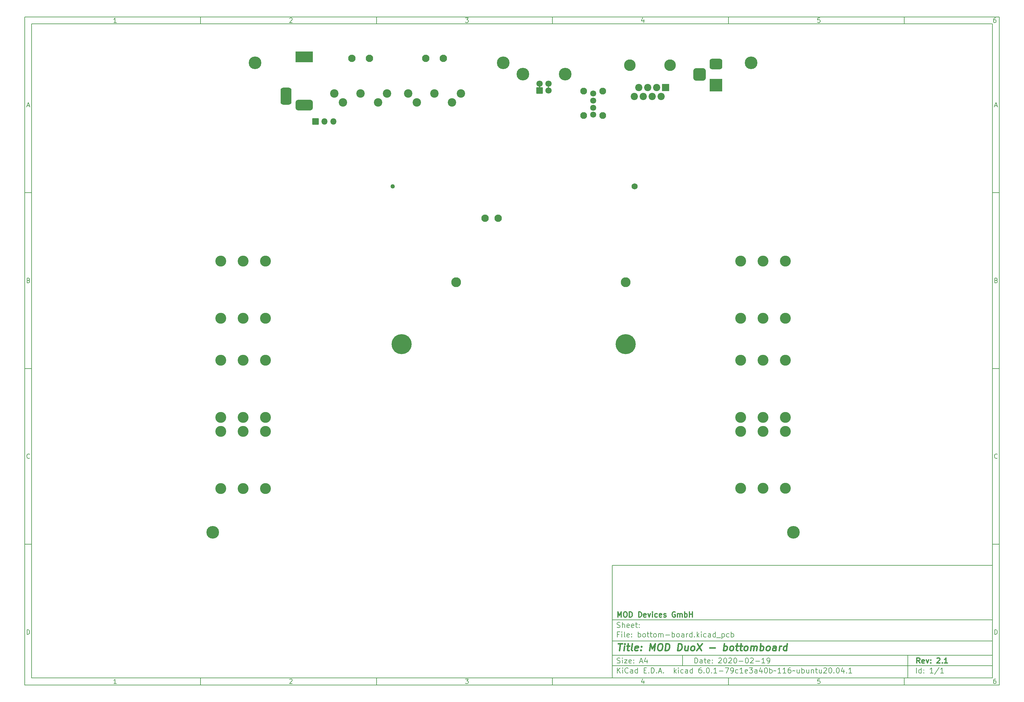
<source format=gbr>
G04 #@! TF.GenerationSoftware,KiCad,Pcbnew,6.0.1-79c1e3a40b~116~ubuntu20.04.1*
G04 #@! TF.CreationDate,2022-01-26T11:23:36+01:00*
G04 #@! TF.ProjectId,bottom-board,626f7474-6f6d-42d6-926f-6172642e6b69,2.1*
G04 #@! TF.SameCoordinates,PX48111b4PY15fd6c8*
G04 #@! TF.FileFunction,Soldermask,Bot*
G04 #@! TF.FilePolarity,Negative*
%FSLAX46Y46*%
G04 Gerber Fmt 4.6, Leading zero omitted, Abs format (unit mm)*
G04 Created by KiCad (PCBNEW 6.0.1-79c1e3a40b~116~ubuntu20.04.1) date 2022-01-26 11:23:36*
%MOMM*%
%LPD*%
G01*
G04 APERTURE LIST*
G04 Aperture macros list*
%AMRoundRect*
0 Rectangle with rounded corners*
0 $1 Rounding radius*
0 $2 $3 $4 $5 $6 $7 $8 $9 X,Y pos of 4 corners*
0 Add a 4 corners polygon primitive as box body*
4,1,4,$2,$3,$4,$5,$6,$7,$8,$9,$2,$3,0*
0 Add four circle primitives for the rounded corners*
1,1,$1+$1,$2,$3*
1,1,$1+$1,$4,$5*
1,1,$1+$1,$6,$7*
1,1,$1+$1,$8,$9*
0 Add four rect primitives between the rounded corners*
20,1,$1+$1,$2,$3,$4,$5,0*
20,1,$1+$1,$4,$5,$6,$7,0*
20,1,$1+$1,$6,$7,$8,$9,0*
20,1,$1+$1,$8,$9,$2,$3,0*%
G04 Aperture macros list end*
%ADD10C,0.100000*%
%ADD11C,0.150000*%
%ADD12C,0.300000*%
%ADD13C,0.400000*%
%ADD14C,3.600000*%
%ADD15C,3.100000*%
%ADD16C,2.400000*%
%ADD17C,2.100000*%
%ADD18RoundRect,0.050000X-2.400000X1.500000X-2.400000X-1.500000X2.400000X-1.500000X2.400000X1.500000X0*%
%ADD19RoundRect,0.800000X-1.650000X0.750000X-1.650000X-0.750000X1.650000X-0.750000X1.650000X0.750000X0*%
%ADD20RoundRect,0.800000X-0.750000X1.650000X-0.750000X-1.650000X0.750000X-1.650000X0.750000X1.650000X0*%
%ADD21RoundRect,0.050000X0.850000X-0.850000X0.850000X0.850000X-0.850000X0.850000X-0.850000X-0.850000X0*%
%ADD22C,1.800000*%
%ADD23C,1.720000*%
%ADD24C,1.950000*%
%ADD25O,1.800000X1.800000*%
%ADD26RoundRect,0.050000X-1.750000X1.750000X-1.750000X-1.750000X1.750000X-1.750000X1.750000X1.750000X0*%
%ADD27RoundRect,0.800000X-1.000000X0.750000X-1.000000X-0.750000X1.000000X-0.750000X1.000000X0.750000X0*%
%ADD28RoundRect,0.925000X-0.875000X0.875000X-0.875000X-0.875000X0.875000X-0.875000X0.875000X0.875000X0*%
%ADD29C,1.250000*%
%ADD30C,1.750000*%
%ADD31C,2.060000*%
%ADD32RoundRect,0.050000X0.980000X0.980000X-0.980000X0.980000X-0.980000X-0.980000X0.980000X-0.980000X0*%
%ADD33C,3.300000*%
%ADD34C,5.700000*%
%ADD35C,2.800000*%
G04 APERTURE END LIST*
D10*
D11*
X101434660Y-142949080D02*
X101434660Y-174949080D01*
X209434660Y-174949080D01*
X209434660Y-142949080D01*
X101434660Y-142949080D01*
D10*
D11*
X-65567540Y13058120D02*
X-65567540Y-176949080D01*
X211434660Y-176949080D01*
X211434660Y13058120D01*
X-65567540Y13058120D01*
D10*
D11*
X-63567540Y11058120D02*
X-63567540Y-174949080D01*
X209434660Y-174949080D01*
X209434660Y11058120D01*
X-63567540Y11058120D01*
D10*
D11*
X-15567540Y11058120D02*
X-15567540Y13058120D01*
D10*
D11*
X34432460Y11058120D02*
X34432460Y13058120D01*
D10*
D11*
X84432460Y11058120D02*
X84432460Y13058120D01*
D10*
D11*
X134432460Y11058120D02*
X134432460Y13058120D01*
D10*
D11*
X184432460Y11058120D02*
X184432460Y13058120D01*
D10*
D11*
X-39502064Y11470025D02*
X-40244921Y11470025D01*
X-39873493Y11470025D02*
X-39873493Y12770025D01*
X-39997302Y12584311D01*
X-40121112Y12460501D01*
X-40244921Y12398597D01*
D10*
D11*
X9755079Y12646216D02*
X9816983Y12708120D01*
X9940793Y12770025D01*
X10250317Y12770025D01*
X10374126Y12708120D01*
X10436031Y12646216D01*
X10497936Y12522406D01*
X10497936Y12398597D01*
X10436031Y12212882D01*
X9693174Y11470025D01*
X10497936Y11470025D01*
D10*
D11*
X59693174Y12770025D02*
X60497936Y12770025D01*
X60064602Y12274787D01*
X60250317Y12274787D01*
X60374126Y12212882D01*
X60436031Y12150978D01*
X60497936Y12027168D01*
X60497936Y11717644D01*
X60436031Y11593835D01*
X60374126Y11531930D01*
X60250317Y11470025D01*
X59878888Y11470025D01*
X59755079Y11531930D01*
X59693174Y11593835D01*
D10*
D11*
X110374126Y12336692D02*
X110374126Y11470025D01*
X110064602Y12831930D02*
X109755079Y11903359D01*
X110559840Y11903359D01*
D10*
D11*
X160436031Y12770025D02*
X159816983Y12770025D01*
X159755079Y12150978D01*
X159816983Y12212882D01*
X159940793Y12274787D01*
X160250317Y12274787D01*
X160374126Y12212882D01*
X160436031Y12150978D01*
X160497936Y12027168D01*
X160497936Y11717644D01*
X160436031Y11593835D01*
X160374126Y11531930D01*
X160250317Y11470025D01*
X159940793Y11470025D01*
X159816983Y11531930D01*
X159755079Y11593835D01*
D10*
D11*
X210374126Y12770025D02*
X210126507Y12770025D01*
X210002698Y12708120D01*
X209940793Y12646216D01*
X209816983Y12460501D01*
X209755079Y12212882D01*
X209755079Y11717644D01*
X209816983Y11593835D01*
X209878888Y11531930D01*
X210002698Y11470025D01*
X210250317Y11470025D01*
X210374126Y11531930D01*
X210436031Y11593835D01*
X210497936Y11717644D01*
X210497936Y12027168D01*
X210436031Y12150978D01*
X210374126Y12212882D01*
X210250317Y12274787D01*
X210002698Y12274787D01*
X209878888Y12212882D01*
X209816983Y12150978D01*
X209755079Y12027168D01*
D10*
D11*
X-15567540Y-174949080D02*
X-15567540Y-176949080D01*
D10*
D11*
X34432460Y-174949080D02*
X34432460Y-176949080D01*
D10*
D11*
X84432460Y-174949080D02*
X84432460Y-176949080D01*
D10*
D11*
X134432460Y-174949080D02*
X134432460Y-176949080D01*
D10*
D11*
X184432460Y-174949080D02*
X184432460Y-176949080D01*
D10*
D11*
X-39502064Y-176537175D02*
X-40244921Y-176537175D01*
X-39873493Y-176537175D02*
X-39873493Y-175237175D01*
X-39997302Y-175422889D01*
X-40121112Y-175546699D01*
X-40244921Y-175608603D01*
D10*
D11*
X9755079Y-175360984D02*
X9816983Y-175299080D01*
X9940793Y-175237175D01*
X10250317Y-175237175D01*
X10374126Y-175299080D01*
X10436031Y-175360984D01*
X10497936Y-175484794D01*
X10497936Y-175608603D01*
X10436031Y-175794318D01*
X9693174Y-176537175D01*
X10497936Y-176537175D01*
D10*
D11*
X59693174Y-175237175D02*
X60497936Y-175237175D01*
X60064602Y-175732413D01*
X60250317Y-175732413D01*
X60374126Y-175794318D01*
X60436031Y-175856222D01*
X60497936Y-175980032D01*
X60497936Y-176289556D01*
X60436031Y-176413365D01*
X60374126Y-176475270D01*
X60250317Y-176537175D01*
X59878888Y-176537175D01*
X59755079Y-176475270D01*
X59693174Y-176413365D01*
D10*
D11*
X110374126Y-175670508D02*
X110374126Y-176537175D01*
X110064602Y-175175270D02*
X109755079Y-176103841D01*
X110559840Y-176103841D01*
D10*
D11*
X160436031Y-175237175D02*
X159816983Y-175237175D01*
X159755079Y-175856222D01*
X159816983Y-175794318D01*
X159940793Y-175732413D01*
X160250317Y-175732413D01*
X160374126Y-175794318D01*
X160436031Y-175856222D01*
X160497936Y-175980032D01*
X160497936Y-176289556D01*
X160436031Y-176413365D01*
X160374126Y-176475270D01*
X160250317Y-176537175D01*
X159940793Y-176537175D01*
X159816983Y-176475270D01*
X159755079Y-176413365D01*
D10*
D11*
X210374126Y-175237175D02*
X210126507Y-175237175D01*
X210002698Y-175299080D01*
X209940793Y-175360984D01*
X209816983Y-175546699D01*
X209755079Y-175794318D01*
X209755079Y-176289556D01*
X209816983Y-176413365D01*
X209878888Y-176475270D01*
X210002698Y-176537175D01*
X210250317Y-176537175D01*
X210374126Y-176475270D01*
X210436031Y-176413365D01*
X210497936Y-176289556D01*
X210497936Y-175980032D01*
X210436031Y-175856222D01*
X210374126Y-175794318D01*
X210250317Y-175732413D01*
X210002698Y-175732413D01*
X209878888Y-175794318D01*
X209816983Y-175856222D01*
X209755079Y-175980032D01*
D10*
D11*
X-65567540Y-36941880D02*
X-63567540Y-36941880D01*
D10*
D11*
X-65567540Y-86941880D02*
X-63567540Y-86941880D01*
D10*
D11*
X-65567540Y-136941880D02*
X-63567540Y-136941880D01*
D10*
D11*
X-64877064Y-12158546D02*
X-64258017Y-12158546D01*
X-65000874Y-12529975D02*
X-64567540Y-11229975D01*
X-64134207Y-12529975D01*
D10*
D11*
X-64474683Y-61849022D02*
X-64288969Y-61910927D01*
X-64227064Y-61972832D01*
X-64165160Y-62096641D01*
X-64165160Y-62282356D01*
X-64227064Y-62406165D01*
X-64288969Y-62468070D01*
X-64412779Y-62529975D01*
X-64908017Y-62529975D01*
X-64908017Y-61229975D01*
X-64474683Y-61229975D01*
X-64350874Y-61291880D01*
X-64288969Y-61353784D01*
X-64227064Y-61477594D01*
X-64227064Y-61601403D01*
X-64288969Y-61725213D01*
X-64350874Y-61787118D01*
X-64474683Y-61849022D01*
X-64908017Y-61849022D01*
D10*
D11*
X-64165160Y-112406165D02*
X-64227064Y-112468070D01*
X-64412779Y-112529975D01*
X-64536588Y-112529975D01*
X-64722302Y-112468070D01*
X-64846112Y-112344260D01*
X-64908017Y-112220451D01*
X-64969921Y-111972832D01*
X-64969921Y-111787118D01*
X-64908017Y-111539499D01*
X-64846112Y-111415689D01*
X-64722302Y-111291880D01*
X-64536588Y-111229975D01*
X-64412779Y-111229975D01*
X-64227064Y-111291880D01*
X-64165160Y-111353784D01*
D10*
D11*
X-64908017Y-162529975D02*
X-64908017Y-161229975D01*
X-64598493Y-161229975D01*
X-64412779Y-161291880D01*
X-64288969Y-161415689D01*
X-64227064Y-161539499D01*
X-64165160Y-161787118D01*
X-64165160Y-161972832D01*
X-64227064Y-162220451D01*
X-64288969Y-162344260D01*
X-64412779Y-162468070D01*
X-64598493Y-162529975D01*
X-64908017Y-162529975D01*
D10*
D11*
X211434660Y-36941880D02*
X209434660Y-36941880D01*
D10*
D11*
X211434660Y-86941880D02*
X209434660Y-86941880D01*
D10*
D11*
X211434660Y-136941880D02*
X209434660Y-136941880D01*
D10*
D11*
X210125136Y-12158546D02*
X210744183Y-12158546D01*
X210001326Y-12529975D02*
X210434660Y-11229975D01*
X210867993Y-12529975D01*
D10*
D11*
X210527517Y-61849022D02*
X210713231Y-61910927D01*
X210775136Y-61972832D01*
X210837040Y-62096641D01*
X210837040Y-62282356D01*
X210775136Y-62406165D01*
X210713231Y-62468070D01*
X210589421Y-62529975D01*
X210094183Y-62529975D01*
X210094183Y-61229975D01*
X210527517Y-61229975D01*
X210651326Y-61291880D01*
X210713231Y-61353784D01*
X210775136Y-61477594D01*
X210775136Y-61601403D01*
X210713231Y-61725213D01*
X210651326Y-61787118D01*
X210527517Y-61849022D01*
X210094183Y-61849022D01*
D10*
D11*
X210837040Y-112406165D02*
X210775136Y-112468070D01*
X210589421Y-112529975D01*
X210465612Y-112529975D01*
X210279898Y-112468070D01*
X210156088Y-112344260D01*
X210094183Y-112220451D01*
X210032279Y-111972832D01*
X210032279Y-111787118D01*
X210094183Y-111539499D01*
X210156088Y-111415689D01*
X210279898Y-111291880D01*
X210465612Y-111229975D01*
X210589421Y-111229975D01*
X210775136Y-111291880D01*
X210837040Y-111353784D01*
D10*
D11*
X210094183Y-162529975D02*
X210094183Y-161229975D01*
X210403707Y-161229975D01*
X210589421Y-161291880D01*
X210713231Y-161415689D01*
X210775136Y-161539499D01*
X210837040Y-161787118D01*
X210837040Y-161972832D01*
X210775136Y-162220451D01*
X210713231Y-162344260D01*
X210589421Y-162468070D01*
X210403707Y-162529975D01*
X210094183Y-162529975D01*
D10*
D11*
X124866802Y-170727651D02*
X124866802Y-169227651D01*
X125223945Y-169227651D01*
X125438231Y-169299080D01*
X125581088Y-169441937D01*
X125652517Y-169584794D01*
X125723945Y-169870508D01*
X125723945Y-170084794D01*
X125652517Y-170370508D01*
X125581088Y-170513365D01*
X125438231Y-170656222D01*
X125223945Y-170727651D01*
X124866802Y-170727651D01*
X127009660Y-170727651D02*
X127009660Y-169941937D01*
X126938231Y-169799080D01*
X126795374Y-169727651D01*
X126509660Y-169727651D01*
X126366802Y-169799080D01*
X127009660Y-170656222D02*
X126866802Y-170727651D01*
X126509660Y-170727651D01*
X126366802Y-170656222D01*
X126295374Y-170513365D01*
X126295374Y-170370508D01*
X126366802Y-170227651D01*
X126509660Y-170156222D01*
X126866802Y-170156222D01*
X127009660Y-170084794D01*
X127509660Y-169727651D02*
X128081088Y-169727651D01*
X127723945Y-169227651D02*
X127723945Y-170513365D01*
X127795374Y-170656222D01*
X127938231Y-170727651D01*
X128081088Y-170727651D01*
X129152517Y-170656222D02*
X129009660Y-170727651D01*
X128723945Y-170727651D01*
X128581088Y-170656222D01*
X128509660Y-170513365D01*
X128509660Y-169941937D01*
X128581088Y-169799080D01*
X128723945Y-169727651D01*
X129009660Y-169727651D01*
X129152517Y-169799080D01*
X129223945Y-169941937D01*
X129223945Y-170084794D01*
X128509660Y-170227651D01*
X129866802Y-170584794D02*
X129938231Y-170656222D01*
X129866802Y-170727651D01*
X129795374Y-170656222D01*
X129866802Y-170584794D01*
X129866802Y-170727651D01*
X129866802Y-169799080D02*
X129938231Y-169870508D01*
X129866802Y-169941937D01*
X129795374Y-169870508D01*
X129866802Y-169799080D01*
X129866802Y-169941937D01*
X131652517Y-169370508D02*
X131723945Y-169299080D01*
X131866802Y-169227651D01*
X132223945Y-169227651D01*
X132366802Y-169299080D01*
X132438231Y-169370508D01*
X132509660Y-169513365D01*
X132509660Y-169656222D01*
X132438231Y-169870508D01*
X131581088Y-170727651D01*
X132509660Y-170727651D01*
X133438231Y-169227651D02*
X133581088Y-169227651D01*
X133723945Y-169299080D01*
X133795374Y-169370508D01*
X133866802Y-169513365D01*
X133938231Y-169799080D01*
X133938231Y-170156222D01*
X133866802Y-170441937D01*
X133795374Y-170584794D01*
X133723945Y-170656222D01*
X133581088Y-170727651D01*
X133438231Y-170727651D01*
X133295374Y-170656222D01*
X133223945Y-170584794D01*
X133152517Y-170441937D01*
X133081088Y-170156222D01*
X133081088Y-169799080D01*
X133152517Y-169513365D01*
X133223945Y-169370508D01*
X133295374Y-169299080D01*
X133438231Y-169227651D01*
X134509660Y-169370508D02*
X134581088Y-169299080D01*
X134723945Y-169227651D01*
X135081088Y-169227651D01*
X135223945Y-169299080D01*
X135295374Y-169370508D01*
X135366802Y-169513365D01*
X135366802Y-169656222D01*
X135295374Y-169870508D01*
X134438231Y-170727651D01*
X135366802Y-170727651D01*
X136295374Y-169227651D02*
X136438231Y-169227651D01*
X136581088Y-169299080D01*
X136652517Y-169370508D01*
X136723945Y-169513365D01*
X136795374Y-169799080D01*
X136795374Y-170156222D01*
X136723945Y-170441937D01*
X136652517Y-170584794D01*
X136581088Y-170656222D01*
X136438231Y-170727651D01*
X136295374Y-170727651D01*
X136152517Y-170656222D01*
X136081088Y-170584794D01*
X136009660Y-170441937D01*
X135938231Y-170156222D01*
X135938231Y-169799080D01*
X136009660Y-169513365D01*
X136081088Y-169370508D01*
X136152517Y-169299080D01*
X136295374Y-169227651D01*
X137438231Y-170156222D02*
X138581088Y-170156222D01*
X139581088Y-169227651D02*
X139723945Y-169227651D01*
X139866802Y-169299080D01*
X139938231Y-169370508D01*
X140009660Y-169513365D01*
X140081088Y-169799080D01*
X140081088Y-170156222D01*
X140009660Y-170441937D01*
X139938231Y-170584794D01*
X139866802Y-170656222D01*
X139723945Y-170727651D01*
X139581088Y-170727651D01*
X139438231Y-170656222D01*
X139366802Y-170584794D01*
X139295374Y-170441937D01*
X139223945Y-170156222D01*
X139223945Y-169799080D01*
X139295374Y-169513365D01*
X139366802Y-169370508D01*
X139438231Y-169299080D01*
X139581088Y-169227651D01*
X140652517Y-169370508D02*
X140723945Y-169299080D01*
X140866802Y-169227651D01*
X141223945Y-169227651D01*
X141366802Y-169299080D01*
X141438231Y-169370508D01*
X141509660Y-169513365D01*
X141509660Y-169656222D01*
X141438231Y-169870508D01*
X140581088Y-170727651D01*
X141509660Y-170727651D01*
X142152517Y-170156222D02*
X143295374Y-170156222D01*
X144795374Y-170727651D02*
X143938231Y-170727651D01*
X144366802Y-170727651D02*
X144366802Y-169227651D01*
X144223945Y-169441937D01*
X144081088Y-169584794D01*
X143938231Y-169656222D01*
X145509660Y-170727651D02*
X145795374Y-170727651D01*
X145938231Y-170656222D01*
X146009660Y-170584794D01*
X146152517Y-170370508D01*
X146223945Y-170084794D01*
X146223945Y-169513365D01*
X146152517Y-169370508D01*
X146081088Y-169299080D01*
X145938231Y-169227651D01*
X145652517Y-169227651D01*
X145509660Y-169299080D01*
X145438231Y-169370508D01*
X145366802Y-169513365D01*
X145366802Y-169870508D01*
X145438231Y-170013365D01*
X145509660Y-170084794D01*
X145652517Y-170156222D01*
X145938231Y-170156222D01*
X146081088Y-170084794D01*
X146152517Y-170013365D01*
X146223945Y-169870508D01*
D10*
D11*
X101434660Y-171449080D02*
X209434660Y-171449080D01*
D10*
D11*
X102866802Y-173527651D02*
X102866802Y-172027651D01*
X103723945Y-173527651D02*
X103081088Y-172670508D01*
X103723945Y-172027651D02*
X102866802Y-172884794D01*
X104366802Y-173527651D02*
X104366802Y-172527651D01*
X104366802Y-172027651D02*
X104295374Y-172099080D01*
X104366802Y-172170508D01*
X104438231Y-172099080D01*
X104366802Y-172027651D01*
X104366802Y-172170508D01*
X105938231Y-173384794D02*
X105866802Y-173456222D01*
X105652517Y-173527651D01*
X105509660Y-173527651D01*
X105295374Y-173456222D01*
X105152517Y-173313365D01*
X105081088Y-173170508D01*
X105009660Y-172884794D01*
X105009660Y-172670508D01*
X105081088Y-172384794D01*
X105152517Y-172241937D01*
X105295374Y-172099080D01*
X105509660Y-172027651D01*
X105652517Y-172027651D01*
X105866802Y-172099080D01*
X105938231Y-172170508D01*
X107223945Y-173527651D02*
X107223945Y-172741937D01*
X107152517Y-172599080D01*
X107009660Y-172527651D01*
X106723945Y-172527651D01*
X106581088Y-172599080D01*
X107223945Y-173456222D02*
X107081088Y-173527651D01*
X106723945Y-173527651D01*
X106581088Y-173456222D01*
X106509660Y-173313365D01*
X106509660Y-173170508D01*
X106581088Y-173027651D01*
X106723945Y-172956222D01*
X107081088Y-172956222D01*
X107223945Y-172884794D01*
X108581088Y-173527651D02*
X108581088Y-172027651D01*
X108581088Y-173456222D02*
X108438231Y-173527651D01*
X108152517Y-173527651D01*
X108009660Y-173456222D01*
X107938231Y-173384794D01*
X107866802Y-173241937D01*
X107866802Y-172813365D01*
X107938231Y-172670508D01*
X108009660Y-172599080D01*
X108152517Y-172527651D01*
X108438231Y-172527651D01*
X108581088Y-172599080D01*
X110438231Y-172741937D02*
X110938231Y-172741937D01*
X111152517Y-173527651D02*
X110438231Y-173527651D01*
X110438231Y-172027651D01*
X111152517Y-172027651D01*
X111795374Y-173384794D02*
X111866802Y-173456222D01*
X111795374Y-173527651D01*
X111723945Y-173456222D01*
X111795374Y-173384794D01*
X111795374Y-173527651D01*
X112509660Y-173527651D02*
X112509660Y-172027651D01*
X112866802Y-172027651D01*
X113081088Y-172099080D01*
X113223945Y-172241937D01*
X113295374Y-172384794D01*
X113366802Y-172670508D01*
X113366802Y-172884794D01*
X113295374Y-173170508D01*
X113223945Y-173313365D01*
X113081088Y-173456222D01*
X112866802Y-173527651D01*
X112509660Y-173527651D01*
X114009660Y-173384794D02*
X114081088Y-173456222D01*
X114009660Y-173527651D01*
X113938231Y-173456222D01*
X114009660Y-173384794D01*
X114009660Y-173527651D01*
X114652517Y-173099080D02*
X115366802Y-173099080D01*
X114509660Y-173527651D02*
X115009660Y-172027651D01*
X115509660Y-173527651D01*
X116009660Y-173384794D02*
X116081088Y-173456222D01*
X116009660Y-173527651D01*
X115938231Y-173456222D01*
X116009660Y-173384794D01*
X116009660Y-173527651D01*
X119009660Y-173527651D02*
X119009660Y-172027651D01*
X119152517Y-172956222D02*
X119581088Y-173527651D01*
X119581088Y-172527651D02*
X119009660Y-173099080D01*
X120223945Y-173527651D02*
X120223945Y-172527651D01*
X120223945Y-172027651D02*
X120152517Y-172099080D01*
X120223945Y-172170508D01*
X120295374Y-172099080D01*
X120223945Y-172027651D01*
X120223945Y-172170508D01*
X121581088Y-173456222D02*
X121438231Y-173527651D01*
X121152517Y-173527651D01*
X121009660Y-173456222D01*
X120938231Y-173384794D01*
X120866802Y-173241937D01*
X120866802Y-172813365D01*
X120938231Y-172670508D01*
X121009660Y-172599080D01*
X121152517Y-172527651D01*
X121438231Y-172527651D01*
X121581088Y-172599080D01*
X122866802Y-173527651D02*
X122866802Y-172741937D01*
X122795374Y-172599080D01*
X122652517Y-172527651D01*
X122366802Y-172527651D01*
X122223945Y-172599080D01*
X122866802Y-173456222D02*
X122723945Y-173527651D01*
X122366802Y-173527651D01*
X122223945Y-173456222D01*
X122152517Y-173313365D01*
X122152517Y-173170508D01*
X122223945Y-173027651D01*
X122366802Y-172956222D01*
X122723945Y-172956222D01*
X122866802Y-172884794D01*
X124223945Y-173527651D02*
X124223945Y-172027651D01*
X124223945Y-173456222D02*
X124081088Y-173527651D01*
X123795374Y-173527651D01*
X123652517Y-173456222D01*
X123581088Y-173384794D01*
X123509660Y-173241937D01*
X123509660Y-172813365D01*
X123581088Y-172670508D01*
X123652517Y-172599080D01*
X123795374Y-172527651D01*
X124081088Y-172527651D01*
X124223945Y-172599080D01*
X126723945Y-172027651D02*
X126438231Y-172027651D01*
X126295374Y-172099080D01*
X126223945Y-172170508D01*
X126081088Y-172384794D01*
X126009660Y-172670508D01*
X126009660Y-173241937D01*
X126081088Y-173384794D01*
X126152517Y-173456222D01*
X126295374Y-173527651D01*
X126581088Y-173527651D01*
X126723945Y-173456222D01*
X126795374Y-173384794D01*
X126866802Y-173241937D01*
X126866802Y-172884794D01*
X126795374Y-172741937D01*
X126723945Y-172670508D01*
X126581088Y-172599080D01*
X126295374Y-172599080D01*
X126152517Y-172670508D01*
X126081088Y-172741937D01*
X126009660Y-172884794D01*
X127509660Y-173384794D02*
X127581088Y-173456222D01*
X127509660Y-173527651D01*
X127438231Y-173456222D01*
X127509660Y-173384794D01*
X127509660Y-173527651D01*
X128509660Y-172027651D02*
X128652517Y-172027651D01*
X128795374Y-172099080D01*
X128866802Y-172170508D01*
X128938231Y-172313365D01*
X129009660Y-172599080D01*
X129009660Y-172956222D01*
X128938231Y-173241937D01*
X128866802Y-173384794D01*
X128795374Y-173456222D01*
X128652517Y-173527651D01*
X128509660Y-173527651D01*
X128366802Y-173456222D01*
X128295374Y-173384794D01*
X128223945Y-173241937D01*
X128152517Y-172956222D01*
X128152517Y-172599080D01*
X128223945Y-172313365D01*
X128295374Y-172170508D01*
X128366802Y-172099080D01*
X128509660Y-172027651D01*
X129652517Y-173384794D02*
X129723945Y-173456222D01*
X129652517Y-173527651D01*
X129581088Y-173456222D01*
X129652517Y-173384794D01*
X129652517Y-173527651D01*
X131152517Y-173527651D02*
X130295374Y-173527651D01*
X130723945Y-173527651D02*
X130723945Y-172027651D01*
X130581088Y-172241937D01*
X130438231Y-172384794D01*
X130295374Y-172456222D01*
X131795374Y-172956222D02*
X132938231Y-172956222D01*
X133509660Y-172027651D02*
X134509660Y-172027651D01*
X133866802Y-173527651D01*
X135152517Y-173527651D02*
X135438231Y-173527651D01*
X135581088Y-173456222D01*
X135652517Y-173384794D01*
X135795374Y-173170508D01*
X135866802Y-172884794D01*
X135866802Y-172313365D01*
X135795374Y-172170508D01*
X135723945Y-172099080D01*
X135581088Y-172027651D01*
X135295374Y-172027651D01*
X135152517Y-172099080D01*
X135081088Y-172170508D01*
X135009660Y-172313365D01*
X135009660Y-172670508D01*
X135081088Y-172813365D01*
X135152517Y-172884794D01*
X135295374Y-172956222D01*
X135581088Y-172956222D01*
X135723945Y-172884794D01*
X135795374Y-172813365D01*
X135866802Y-172670508D01*
X137152517Y-173456222D02*
X137009660Y-173527651D01*
X136723945Y-173527651D01*
X136581088Y-173456222D01*
X136509660Y-173384794D01*
X136438231Y-173241937D01*
X136438231Y-172813365D01*
X136509660Y-172670508D01*
X136581088Y-172599080D01*
X136723945Y-172527651D01*
X137009660Y-172527651D01*
X137152517Y-172599080D01*
X138581088Y-173527651D02*
X137723945Y-173527651D01*
X138152517Y-173527651D02*
X138152517Y-172027651D01*
X138009660Y-172241937D01*
X137866802Y-172384794D01*
X137723945Y-172456222D01*
X139795374Y-173456222D02*
X139652517Y-173527651D01*
X139366802Y-173527651D01*
X139223945Y-173456222D01*
X139152517Y-173313365D01*
X139152517Y-172741937D01*
X139223945Y-172599080D01*
X139366802Y-172527651D01*
X139652517Y-172527651D01*
X139795374Y-172599080D01*
X139866802Y-172741937D01*
X139866802Y-172884794D01*
X139152517Y-173027651D01*
X140366802Y-172027651D02*
X141295374Y-172027651D01*
X140795374Y-172599080D01*
X141009660Y-172599080D01*
X141152517Y-172670508D01*
X141223945Y-172741937D01*
X141295374Y-172884794D01*
X141295374Y-173241937D01*
X141223945Y-173384794D01*
X141152517Y-173456222D01*
X141009660Y-173527651D01*
X140581088Y-173527651D01*
X140438231Y-173456222D01*
X140366802Y-173384794D01*
X142581088Y-173527651D02*
X142581088Y-172741937D01*
X142509660Y-172599080D01*
X142366802Y-172527651D01*
X142081088Y-172527651D01*
X141938231Y-172599080D01*
X142581088Y-173456222D02*
X142438231Y-173527651D01*
X142081088Y-173527651D01*
X141938231Y-173456222D01*
X141866802Y-173313365D01*
X141866802Y-173170508D01*
X141938231Y-173027651D01*
X142081088Y-172956222D01*
X142438231Y-172956222D01*
X142581088Y-172884794D01*
X143938231Y-172527651D02*
X143938231Y-173527651D01*
X143581088Y-171956222D02*
X143223945Y-173027651D01*
X144152517Y-173027651D01*
X145009660Y-172027651D02*
X145152517Y-172027651D01*
X145295374Y-172099080D01*
X145366802Y-172170508D01*
X145438231Y-172313365D01*
X145509660Y-172599080D01*
X145509660Y-172956222D01*
X145438231Y-173241937D01*
X145366802Y-173384794D01*
X145295374Y-173456222D01*
X145152517Y-173527651D01*
X145009660Y-173527651D01*
X144866802Y-173456222D01*
X144795374Y-173384794D01*
X144723945Y-173241937D01*
X144652517Y-172956222D01*
X144652517Y-172599080D01*
X144723945Y-172313365D01*
X144795374Y-172170508D01*
X144866802Y-172099080D01*
X145009660Y-172027651D01*
X146152517Y-173527651D02*
X146152517Y-172027651D01*
X146152517Y-172599080D02*
X146295374Y-172527651D01*
X146581088Y-172527651D01*
X146723945Y-172599080D01*
X146795374Y-172670508D01*
X146866802Y-172813365D01*
X146866802Y-173241937D01*
X146795374Y-173384794D01*
X146723945Y-173456222D01*
X146581088Y-173527651D01*
X146295374Y-173527651D01*
X146152517Y-173456222D01*
X147295374Y-172956222D02*
X147366802Y-172884794D01*
X147509660Y-172813365D01*
X147795374Y-172956222D01*
X147938231Y-172884794D01*
X148009660Y-172813365D01*
X149366802Y-173527651D02*
X148509660Y-173527651D01*
X148938231Y-173527651D02*
X148938231Y-172027651D01*
X148795374Y-172241937D01*
X148652517Y-172384794D01*
X148509660Y-172456222D01*
X150795374Y-173527651D02*
X149938231Y-173527651D01*
X150366802Y-173527651D02*
X150366802Y-172027651D01*
X150223945Y-172241937D01*
X150081088Y-172384794D01*
X149938231Y-172456222D01*
X152081088Y-172027651D02*
X151795374Y-172027651D01*
X151652517Y-172099080D01*
X151581088Y-172170508D01*
X151438231Y-172384794D01*
X151366802Y-172670508D01*
X151366802Y-173241937D01*
X151438231Y-173384794D01*
X151509659Y-173456222D01*
X151652517Y-173527651D01*
X151938231Y-173527651D01*
X152081088Y-173456222D01*
X152152517Y-173384794D01*
X152223945Y-173241937D01*
X152223945Y-172884794D01*
X152152517Y-172741937D01*
X152081088Y-172670508D01*
X151938231Y-172599080D01*
X151652517Y-172599080D01*
X151509659Y-172670508D01*
X151438231Y-172741937D01*
X151366802Y-172884794D01*
X152652517Y-172956222D02*
X152723945Y-172884794D01*
X152866802Y-172813365D01*
X153152517Y-172956222D01*
X153295374Y-172884794D01*
X153366802Y-172813365D01*
X154581088Y-172527651D02*
X154581088Y-173527651D01*
X153938231Y-172527651D02*
X153938231Y-173313365D01*
X154009659Y-173456222D01*
X154152517Y-173527651D01*
X154366802Y-173527651D01*
X154509659Y-173456222D01*
X154581088Y-173384794D01*
X155295374Y-173527651D02*
X155295374Y-172027651D01*
X155295374Y-172599080D02*
X155438231Y-172527651D01*
X155723945Y-172527651D01*
X155866802Y-172599080D01*
X155938231Y-172670508D01*
X156009660Y-172813365D01*
X156009660Y-173241937D01*
X155938231Y-173384794D01*
X155866802Y-173456222D01*
X155723945Y-173527651D01*
X155438231Y-173527651D01*
X155295374Y-173456222D01*
X157295374Y-172527651D02*
X157295374Y-173527651D01*
X156652517Y-172527651D02*
X156652517Y-173313365D01*
X156723945Y-173456222D01*
X156866802Y-173527651D01*
X157081088Y-173527651D01*
X157223945Y-173456222D01*
X157295374Y-173384794D01*
X158009660Y-172527651D02*
X158009660Y-173527651D01*
X158009660Y-172670508D02*
X158081088Y-172599080D01*
X158223945Y-172527651D01*
X158438231Y-172527651D01*
X158581088Y-172599080D01*
X158652517Y-172741937D01*
X158652517Y-173527651D01*
X159152517Y-172527651D02*
X159723945Y-172527651D01*
X159366802Y-172027651D02*
X159366802Y-173313365D01*
X159438231Y-173456222D01*
X159581088Y-173527651D01*
X159723945Y-173527651D01*
X160866802Y-172527651D02*
X160866802Y-173527651D01*
X160223945Y-172527651D02*
X160223945Y-173313365D01*
X160295374Y-173456222D01*
X160438231Y-173527651D01*
X160652517Y-173527651D01*
X160795374Y-173456222D01*
X160866802Y-173384794D01*
X161509660Y-172170508D02*
X161581088Y-172099080D01*
X161723945Y-172027651D01*
X162081088Y-172027651D01*
X162223945Y-172099080D01*
X162295374Y-172170508D01*
X162366802Y-172313365D01*
X162366802Y-172456222D01*
X162295374Y-172670508D01*
X161438231Y-173527651D01*
X162366802Y-173527651D01*
X163295374Y-172027651D02*
X163438231Y-172027651D01*
X163581088Y-172099080D01*
X163652517Y-172170508D01*
X163723945Y-172313365D01*
X163795374Y-172599080D01*
X163795374Y-172956222D01*
X163723945Y-173241937D01*
X163652517Y-173384794D01*
X163581088Y-173456222D01*
X163438231Y-173527651D01*
X163295374Y-173527651D01*
X163152517Y-173456222D01*
X163081088Y-173384794D01*
X163009660Y-173241937D01*
X162938231Y-172956222D01*
X162938231Y-172599080D01*
X163009660Y-172313365D01*
X163081088Y-172170508D01*
X163152517Y-172099080D01*
X163295374Y-172027651D01*
X164438231Y-173384794D02*
X164509659Y-173456222D01*
X164438231Y-173527651D01*
X164366802Y-173456222D01*
X164438231Y-173384794D01*
X164438231Y-173527651D01*
X165438231Y-172027651D02*
X165581088Y-172027651D01*
X165723945Y-172099080D01*
X165795374Y-172170508D01*
X165866802Y-172313365D01*
X165938231Y-172599080D01*
X165938231Y-172956222D01*
X165866802Y-173241937D01*
X165795374Y-173384794D01*
X165723945Y-173456222D01*
X165581088Y-173527651D01*
X165438231Y-173527651D01*
X165295374Y-173456222D01*
X165223945Y-173384794D01*
X165152517Y-173241937D01*
X165081088Y-172956222D01*
X165081088Y-172599080D01*
X165152517Y-172313365D01*
X165223945Y-172170508D01*
X165295374Y-172099080D01*
X165438231Y-172027651D01*
X167223945Y-172527651D02*
X167223945Y-173527651D01*
X166866802Y-171956222D02*
X166509659Y-173027651D01*
X167438231Y-173027651D01*
X168009659Y-173384794D02*
X168081088Y-173456222D01*
X168009659Y-173527651D01*
X167938231Y-173456222D01*
X168009659Y-173384794D01*
X168009659Y-173527651D01*
X169509659Y-173527651D02*
X168652517Y-173527651D01*
X169081088Y-173527651D02*
X169081088Y-172027651D01*
X168938231Y-172241937D01*
X168795374Y-172384794D01*
X168652517Y-172456222D01*
D10*
D11*
X101434660Y-168449080D02*
X209434660Y-168449080D01*
D10*
D12*
X188843945Y-170727651D02*
X188343945Y-170013365D01*
X187986802Y-170727651D02*
X187986802Y-169227651D01*
X188558231Y-169227651D01*
X188701088Y-169299080D01*
X188772517Y-169370508D01*
X188843945Y-169513365D01*
X188843945Y-169727651D01*
X188772517Y-169870508D01*
X188701088Y-169941937D01*
X188558231Y-170013365D01*
X187986802Y-170013365D01*
X190058231Y-170656222D02*
X189915374Y-170727651D01*
X189629660Y-170727651D01*
X189486802Y-170656222D01*
X189415374Y-170513365D01*
X189415374Y-169941937D01*
X189486802Y-169799080D01*
X189629660Y-169727651D01*
X189915374Y-169727651D01*
X190058231Y-169799080D01*
X190129660Y-169941937D01*
X190129660Y-170084794D01*
X189415374Y-170227651D01*
X190629660Y-169727651D02*
X190986802Y-170727651D01*
X191343945Y-169727651D01*
X191915374Y-170584794D02*
X191986802Y-170656222D01*
X191915374Y-170727651D01*
X191843945Y-170656222D01*
X191915374Y-170584794D01*
X191915374Y-170727651D01*
X191915374Y-169799080D02*
X191986802Y-169870508D01*
X191915374Y-169941937D01*
X191843945Y-169870508D01*
X191915374Y-169799080D01*
X191915374Y-169941937D01*
X193701088Y-169370508D02*
X193772517Y-169299080D01*
X193915374Y-169227651D01*
X194272517Y-169227651D01*
X194415374Y-169299080D01*
X194486802Y-169370508D01*
X194558231Y-169513365D01*
X194558231Y-169656222D01*
X194486802Y-169870508D01*
X193629660Y-170727651D01*
X194558231Y-170727651D01*
X195201088Y-170584794D02*
X195272517Y-170656222D01*
X195201088Y-170727651D01*
X195129660Y-170656222D01*
X195201088Y-170584794D01*
X195201088Y-170727651D01*
X196701088Y-170727651D02*
X195843945Y-170727651D01*
X196272517Y-170727651D02*
X196272517Y-169227651D01*
X196129660Y-169441937D01*
X195986802Y-169584794D01*
X195843945Y-169656222D01*
D10*
D11*
X102795374Y-170656222D02*
X103009660Y-170727651D01*
X103366802Y-170727651D01*
X103509660Y-170656222D01*
X103581088Y-170584794D01*
X103652517Y-170441937D01*
X103652517Y-170299080D01*
X103581088Y-170156222D01*
X103509660Y-170084794D01*
X103366802Y-170013365D01*
X103081088Y-169941937D01*
X102938231Y-169870508D01*
X102866802Y-169799080D01*
X102795374Y-169656222D01*
X102795374Y-169513365D01*
X102866802Y-169370508D01*
X102938231Y-169299080D01*
X103081088Y-169227651D01*
X103438231Y-169227651D01*
X103652517Y-169299080D01*
X104295374Y-170727651D02*
X104295374Y-169727651D01*
X104295374Y-169227651D02*
X104223945Y-169299080D01*
X104295374Y-169370508D01*
X104366802Y-169299080D01*
X104295374Y-169227651D01*
X104295374Y-169370508D01*
X104866802Y-169727651D02*
X105652517Y-169727651D01*
X104866802Y-170727651D01*
X105652517Y-170727651D01*
X106795374Y-170656222D02*
X106652517Y-170727651D01*
X106366802Y-170727651D01*
X106223945Y-170656222D01*
X106152517Y-170513365D01*
X106152517Y-169941937D01*
X106223945Y-169799080D01*
X106366802Y-169727651D01*
X106652517Y-169727651D01*
X106795374Y-169799080D01*
X106866802Y-169941937D01*
X106866802Y-170084794D01*
X106152517Y-170227651D01*
X107509660Y-170584794D02*
X107581088Y-170656222D01*
X107509660Y-170727651D01*
X107438231Y-170656222D01*
X107509660Y-170584794D01*
X107509660Y-170727651D01*
X107509660Y-169799080D02*
X107581088Y-169870508D01*
X107509660Y-169941937D01*
X107438231Y-169870508D01*
X107509660Y-169799080D01*
X107509660Y-169941937D01*
X109295374Y-170299080D02*
X110009660Y-170299080D01*
X109152517Y-170727651D02*
X109652517Y-169227651D01*
X110152517Y-170727651D01*
X111295374Y-169727651D02*
X111295374Y-170727651D01*
X110938231Y-169156222D02*
X110581088Y-170227651D01*
X111509660Y-170227651D01*
D10*
D11*
X187866802Y-173527651D02*
X187866802Y-172027651D01*
X189223945Y-173527651D02*
X189223945Y-172027651D01*
X189223945Y-173456222D02*
X189081088Y-173527651D01*
X188795374Y-173527651D01*
X188652517Y-173456222D01*
X188581088Y-173384794D01*
X188509660Y-173241937D01*
X188509660Y-172813365D01*
X188581088Y-172670508D01*
X188652517Y-172599080D01*
X188795374Y-172527651D01*
X189081088Y-172527651D01*
X189223945Y-172599080D01*
X189938231Y-173384794D02*
X190009660Y-173456222D01*
X189938231Y-173527651D01*
X189866802Y-173456222D01*
X189938231Y-173384794D01*
X189938231Y-173527651D01*
X189938231Y-172599080D02*
X190009660Y-172670508D01*
X189938231Y-172741937D01*
X189866802Y-172670508D01*
X189938231Y-172599080D01*
X189938231Y-172741937D01*
X192581088Y-173527651D02*
X191723945Y-173527651D01*
X192152517Y-173527651D02*
X192152517Y-172027651D01*
X192009660Y-172241937D01*
X191866802Y-172384794D01*
X191723945Y-172456222D01*
X194295374Y-171956222D02*
X193009660Y-173884794D01*
X195581088Y-173527651D02*
X194723945Y-173527651D01*
X195152517Y-173527651D02*
X195152517Y-172027651D01*
X195009660Y-172241937D01*
X194866802Y-172384794D01*
X194723945Y-172456222D01*
D10*
D11*
X101434660Y-164449080D02*
X209434660Y-164449080D01*
D10*
D13*
X103147040Y-165153841D02*
X104289898Y-165153841D01*
X103468469Y-167153841D02*
X103718469Y-165153841D01*
X104706564Y-167153841D02*
X104873231Y-165820508D01*
X104956564Y-165153841D02*
X104849421Y-165249080D01*
X104932755Y-165344318D01*
X105039898Y-165249080D01*
X104956564Y-165153841D01*
X104932755Y-165344318D01*
X105539898Y-165820508D02*
X106301802Y-165820508D01*
X105908945Y-165153841D02*
X105694660Y-166868127D01*
X105766088Y-167058603D01*
X105944660Y-167153841D01*
X106135136Y-167153841D01*
X107087517Y-167153841D02*
X106908945Y-167058603D01*
X106837517Y-166868127D01*
X107051802Y-165153841D01*
X108623231Y-167058603D02*
X108420850Y-167153841D01*
X108039898Y-167153841D01*
X107861326Y-167058603D01*
X107789898Y-166868127D01*
X107885136Y-166106222D01*
X108004183Y-165915746D01*
X108206564Y-165820508D01*
X108587517Y-165820508D01*
X108766088Y-165915746D01*
X108837517Y-166106222D01*
X108813707Y-166296699D01*
X107837517Y-166487175D01*
X109587517Y-166963365D02*
X109670850Y-167058603D01*
X109563707Y-167153841D01*
X109480374Y-167058603D01*
X109587517Y-166963365D01*
X109563707Y-167153841D01*
X109718469Y-165915746D02*
X109801802Y-166010984D01*
X109694660Y-166106222D01*
X109611326Y-166010984D01*
X109718469Y-165915746D01*
X109694660Y-166106222D01*
X112039898Y-167153841D02*
X112289898Y-165153841D01*
X112777993Y-166582413D01*
X113623231Y-165153841D01*
X113373231Y-167153841D01*
X114956564Y-165153841D02*
X115337517Y-165153841D01*
X115516088Y-165249080D01*
X115682755Y-165439556D01*
X115730374Y-165820508D01*
X115647040Y-166487175D01*
X115504183Y-166868127D01*
X115289898Y-167058603D01*
X115087517Y-167153841D01*
X114706564Y-167153841D01*
X114527993Y-167058603D01*
X114361326Y-166868127D01*
X114313707Y-166487175D01*
X114397040Y-165820508D01*
X114539898Y-165439556D01*
X114754183Y-165249080D01*
X114956564Y-165153841D01*
X116420850Y-167153841D02*
X116670850Y-165153841D01*
X117147040Y-165153841D01*
X117420850Y-165249080D01*
X117587517Y-165439556D01*
X117658945Y-165630032D01*
X117706564Y-166010984D01*
X117670850Y-166296699D01*
X117527993Y-166677651D01*
X117408945Y-166868127D01*
X117194660Y-167058603D01*
X116897040Y-167153841D01*
X116420850Y-167153841D01*
X119944660Y-167153841D02*
X120194660Y-165153841D01*
X120670850Y-165153841D01*
X120944660Y-165249080D01*
X121111326Y-165439556D01*
X121182755Y-165630032D01*
X121230374Y-166010984D01*
X121194660Y-166296699D01*
X121051802Y-166677651D01*
X120932755Y-166868127D01*
X120718469Y-167058603D01*
X120420850Y-167153841D01*
X119944660Y-167153841D01*
X122968469Y-165820508D02*
X122801802Y-167153841D01*
X122111326Y-165820508D02*
X121980374Y-166868127D01*
X122051802Y-167058603D01*
X122230374Y-167153841D01*
X122516088Y-167153841D01*
X122718469Y-167058603D01*
X122825612Y-166963365D01*
X124039898Y-167153841D02*
X123861326Y-167058603D01*
X123777993Y-166963365D01*
X123706564Y-166772889D01*
X123777993Y-166201460D01*
X123897040Y-166010984D01*
X124004183Y-165915746D01*
X124206564Y-165820508D01*
X124492279Y-165820508D01*
X124670850Y-165915746D01*
X124754183Y-166010984D01*
X124825612Y-166201460D01*
X124754183Y-166772889D01*
X124635136Y-166963365D01*
X124527993Y-167058603D01*
X124325612Y-167153841D01*
X124039898Y-167153841D01*
X125623231Y-165153841D02*
X126706564Y-167153841D01*
X126956564Y-165153841D02*
X125373231Y-167153841D01*
X129087517Y-166391937D02*
X130611326Y-166391937D01*
X132992279Y-167153841D02*
X133242279Y-165153841D01*
X133147040Y-165915746D02*
X133349421Y-165820508D01*
X133730374Y-165820508D01*
X133908945Y-165915746D01*
X133992279Y-166010984D01*
X134063707Y-166201460D01*
X133992279Y-166772889D01*
X133873231Y-166963365D01*
X133766088Y-167058603D01*
X133563707Y-167153841D01*
X133182755Y-167153841D01*
X133004183Y-167058603D01*
X135087517Y-167153841D02*
X134908945Y-167058603D01*
X134825612Y-166963365D01*
X134754183Y-166772889D01*
X134825612Y-166201460D01*
X134944660Y-166010984D01*
X135051802Y-165915746D01*
X135254183Y-165820508D01*
X135539898Y-165820508D01*
X135718469Y-165915746D01*
X135801802Y-166010984D01*
X135873231Y-166201460D01*
X135801802Y-166772889D01*
X135682755Y-166963365D01*
X135575612Y-167058603D01*
X135373231Y-167153841D01*
X135087517Y-167153841D01*
X136492279Y-165820508D02*
X137254183Y-165820508D01*
X136861326Y-165153841D02*
X136647040Y-166868127D01*
X136718469Y-167058603D01*
X136897040Y-167153841D01*
X137087517Y-167153841D01*
X137635136Y-165820508D02*
X138397040Y-165820508D01*
X138004183Y-165153841D02*
X137789898Y-166868127D01*
X137861326Y-167058603D01*
X138039898Y-167153841D01*
X138230374Y-167153841D01*
X139182755Y-167153841D02*
X139004183Y-167058603D01*
X138920850Y-166963365D01*
X138849421Y-166772889D01*
X138920850Y-166201460D01*
X139039898Y-166010984D01*
X139147040Y-165915746D01*
X139349421Y-165820508D01*
X139635136Y-165820508D01*
X139813707Y-165915746D01*
X139897040Y-166010984D01*
X139968469Y-166201460D01*
X139897040Y-166772889D01*
X139777993Y-166963365D01*
X139670850Y-167058603D01*
X139468469Y-167153841D01*
X139182755Y-167153841D01*
X140706564Y-167153841D02*
X140873231Y-165820508D01*
X140849421Y-166010984D02*
X140956564Y-165915746D01*
X141158945Y-165820508D01*
X141444660Y-165820508D01*
X141623231Y-165915746D01*
X141694660Y-166106222D01*
X141563707Y-167153841D01*
X141694660Y-166106222D02*
X141813707Y-165915746D01*
X142016088Y-165820508D01*
X142301802Y-165820508D01*
X142480374Y-165915746D01*
X142551802Y-166106222D01*
X142420850Y-167153841D01*
X143373231Y-167153841D02*
X143623231Y-165153841D01*
X143527993Y-165915746D02*
X143730374Y-165820508D01*
X144111326Y-165820508D01*
X144289898Y-165915746D01*
X144373231Y-166010984D01*
X144444660Y-166201460D01*
X144373231Y-166772889D01*
X144254183Y-166963365D01*
X144147040Y-167058603D01*
X143944660Y-167153841D01*
X143563707Y-167153841D01*
X143385136Y-167058603D01*
X145468469Y-167153841D02*
X145289898Y-167058603D01*
X145206564Y-166963365D01*
X145135136Y-166772889D01*
X145206564Y-166201460D01*
X145325612Y-166010984D01*
X145432755Y-165915746D01*
X145635136Y-165820508D01*
X145920850Y-165820508D01*
X146099421Y-165915746D01*
X146182755Y-166010984D01*
X146254183Y-166201460D01*
X146182755Y-166772889D01*
X146063707Y-166963365D01*
X145956564Y-167058603D01*
X145754183Y-167153841D01*
X145468469Y-167153841D01*
X147849421Y-167153841D02*
X147980374Y-166106222D01*
X147908945Y-165915746D01*
X147730374Y-165820508D01*
X147349421Y-165820508D01*
X147147040Y-165915746D01*
X147861326Y-167058603D02*
X147658945Y-167153841D01*
X147182755Y-167153841D01*
X147004183Y-167058603D01*
X146932755Y-166868127D01*
X146956564Y-166677651D01*
X147075612Y-166487175D01*
X147277993Y-166391937D01*
X147754183Y-166391937D01*
X147956564Y-166296699D01*
X148801802Y-167153841D02*
X148968469Y-165820508D01*
X148920850Y-166201460D02*
X149039898Y-166010984D01*
X149147040Y-165915746D01*
X149349421Y-165820508D01*
X149539898Y-165820508D01*
X150897040Y-167153841D02*
X151147040Y-165153841D01*
X150908945Y-167058603D02*
X150706564Y-167153841D01*
X150325612Y-167153841D01*
X150147040Y-167058603D01*
X150063707Y-166963365D01*
X149992279Y-166772889D01*
X150063707Y-166201460D01*
X150182755Y-166010984D01*
X150289898Y-165915746D01*
X150492279Y-165820508D01*
X150873231Y-165820508D01*
X151051802Y-165915746D01*
D10*
D11*
X103366802Y-162541937D02*
X102866802Y-162541937D01*
X102866802Y-163327651D02*
X102866802Y-161827651D01*
X103581088Y-161827651D01*
X104152517Y-163327651D02*
X104152517Y-162327651D01*
X104152517Y-161827651D02*
X104081088Y-161899080D01*
X104152517Y-161970508D01*
X104223945Y-161899080D01*
X104152517Y-161827651D01*
X104152517Y-161970508D01*
X105081088Y-163327651D02*
X104938231Y-163256222D01*
X104866802Y-163113365D01*
X104866802Y-161827651D01*
X106223945Y-163256222D02*
X106081088Y-163327651D01*
X105795374Y-163327651D01*
X105652517Y-163256222D01*
X105581088Y-163113365D01*
X105581088Y-162541937D01*
X105652517Y-162399080D01*
X105795374Y-162327651D01*
X106081088Y-162327651D01*
X106223945Y-162399080D01*
X106295374Y-162541937D01*
X106295374Y-162684794D01*
X105581088Y-162827651D01*
X106938231Y-163184794D02*
X107009660Y-163256222D01*
X106938231Y-163327651D01*
X106866802Y-163256222D01*
X106938231Y-163184794D01*
X106938231Y-163327651D01*
X106938231Y-162399080D02*
X107009660Y-162470508D01*
X106938231Y-162541937D01*
X106866802Y-162470508D01*
X106938231Y-162399080D01*
X106938231Y-162541937D01*
X108795374Y-163327651D02*
X108795374Y-161827651D01*
X108795374Y-162399080D02*
X108938231Y-162327651D01*
X109223945Y-162327651D01*
X109366802Y-162399080D01*
X109438231Y-162470508D01*
X109509660Y-162613365D01*
X109509660Y-163041937D01*
X109438231Y-163184794D01*
X109366802Y-163256222D01*
X109223945Y-163327651D01*
X108938231Y-163327651D01*
X108795374Y-163256222D01*
X110366802Y-163327651D02*
X110223945Y-163256222D01*
X110152517Y-163184794D01*
X110081088Y-163041937D01*
X110081088Y-162613365D01*
X110152517Y-162470508D01*
X110223945Y-162399080D01*
X110366802Y-162327651D01*
X110581088Y-162327651D01*
X110723945Y-162399080D01*
X110795374Y-162470508D01*
X110866802Y-162613365D01*
X110866802Y-163041937D01*
X110795374Y-163184794D01*
X110723945Y-163256222D01*
X110581088Y-163327651D01*
X110366802Y-163327651D01*
X111295374Y-162327651D02*
X111866802Y-162327651D01*
X111509660Y-161827651D02*
X111509660Y-163113365D01*
X111581088Y-163256222D01*
X111723945Y-163327651D01*
X111866802Y-163327651D01*
X112152517Y-162327651D02*
X112723945Y-162327651D01*
X112366802Y-161827651D02*
X112366802Y-163113365D01*
X112438231Y-163256222D01*
X112581088Y-163327651D01*
X112723945Y-163327651D01*
X113438231Y-163327651D02*
X113295374Y-163256222D01*
X113223945Y-163184794D01*
X113152517Y-163041937D01*
X113152517Y-162613365D01*
X113223945Y-162470508D01*
X113295374Y-162399080D01*
X113438231Y-162327651D01*
X113652517Y-162327651D01*
X113795374Y-162399080D01*
X113866802Y-162470508D01*
X113938231Y-162613365D01*
X113938231Y-163041937D01*
X113866802Y-163184794D01*
X113795374Y-163256222D01*
X113652517Y-163327651D01*
X113438231Y-163327651D01*
X114581088Y-163327651D02*
X114581088Y-162327651D01*
X114581088Y-162470508D02*
X114652517Y-162399080D01*
X114795374Y-162327651D01*
X115009660Y-162327651D01*
X115152517Y-162399080D01*
X115223945Y-162541937D01*
X115223945Y-163327651D01*
X115223945Y-162541937D02*
X115295374Y-162399080D01*
X115438231Y-162327651D01*
X115652517Y-162327651D01*
X115795374Y-162399080D01*
X115866802Y-162541937D01*
X115866802Y-163327651D01*
X116581088Y-162756222D02*
X117723945Y-162756222D01*
X118438231Y-163327651D02*
X118438231Y-161827651D01*
X118438231Y-162399080D02*
X118581088Y-162327651D01*
X118866802Y-162327651D01*
X119009660Y-162399080D01*
X119081088Y-162470508D01*
X119152517Y-162613365D01*
X119152517Y-163041937D01*
X119081088Y-163184794D01*
X119009660Y-163256222D01*
X118866802Y-163327651D01*
X118581088Y-163327651D01*
X118438231Y-163256222D01*
X120009660Y-163327651D02*
X119866802Y-163256222D01*
X119795374Y-163184794D01*
X119723945Y-163041937D01*
X119723945Y-162613365D01*
X119795374Y-162470508D01*
X119866802Y-162399080D01*
X120009660Y-162327651D01*
X120223945Y-162327651D01*
X120366802Y-162399080D01*
X120438231Y-162470508D01*
X120509660Y-162613365D01*
X120509660Y-163041937D01*
X120438231Y-163184794D01*
X120366802Y-163256222D01*
X120223945Y-163327651D01*
X120009660Y-163327651D01*
X121795374Y-163327651D02*
X121795374Y-162541937D01*
X121723945Y-162399080D01*
X121581088Y-162327651D01*
X121295374Y-162327651D01*
X121152517Y-162399080D01*
X121795374Y-163256222D02*
X121652517Y-163327651D01*
X121295374Y-163327651D01*
X121152517Y-163256222D01*
X121081088Y-163113365D01*
X121081088Y-162970508D01*
X121152517Y-162827651D01*
X121295374Y-162756222D01*
X121652517Y-162756222D01*
X121795374Y-162684794D01*
X122509660Y-163327651D02*
X122509660Y-162327651D01*
X122509660Y-162613365D02*
X122581088Y-162470508D01*
X122652517Y-162399080D01*
X122795374Y-162327651D01*
X122938231Y-162327651D01*
X124081088Y-163327651D02*
X124081088Y-161827651D01*
X124081088Y-163256222D02*
X123938231Y-163327651D01*
X123652517Y-163327651D01*
X123509660Y-163256222D01*
X123438231Y-163184794D01*
X123366802Y-163041937D01*
X123366802Y-162613365D01*
X123438231Y-162470508D01*
X123509660Y-162399080D01*
X123652517Y-162327651D01*
X123938231Y-162327651D01*
X124081088Y-162399080D01*
X124795374Y-163184794D02*
X124866802Y-163256222D01*
X124795374Y-163327651D01*
X124723945Y-163256222D01*
X124795374Y-163184794D01*
X124795374Y-163327651D01*
X125509660Y-163327651D02*
X125509660Y-161827651D01*
X125652517Y-162756222D02*
X126081088Y-163327651D01*
X126081088Y-162327651D02*
X125509660Y-162899080D01*
X126723945Y-163327651D02*
X126723945Y-162327651D01*
X126723945Y-161827651D02*
X126652517Y-161899080D01*
X126723945Y-161970508D01*
X126795374Y-161899080D01*
X126723945Y-161827651D01*
X126723945Y-161970508D01*
X128081088Y-163256222D02*
X127938231Y-163327651D01*
X127652517Y-163327651D01*
X127509660Y-163256222D01*
X127438231Y-163184794D01*
X127366802Y-163041937D01*
X127366802Y-162613365D01*
X127438231Y-162470508D01*
X127509660Y-162399080D01*
X127652517Y-162327651D01*
X127938231Y-162327651D01*
X128081088Y-162399080D01*
X129366802Y-163327651D02*
X129366802Y-162541937D01*
X129295374Y-162399080D01*
X129152517Y-162327651D01*
X128866802Y-162327651D01*
X128723945Y-162399080D01*
X129366802Y-163256222D02*
X129223945Y-163327651D01*
X128866802Y-163327651D01*
X128723945Y-163256222D01*
X128652517Y-163113365D01*
X128652517Y-162970508D01*
X128723945Y-162827651D01*
X128866802Y-162756222D01*
X129223945Y-162756222D01*
X129366802Y-162684794D01*
X130723945Y-163327651D02*
X130723945Y-161827651D01*
X130723945Y-163256222D02*
X130581088Y-163327651D01*
X130295374Y-163327651D01*
X130152517Y-163256222D01*
X130081088Y-163184794D01*
X130009660Y-163041937D01*
X130009660Y-162613365D01*
X130081088Y-162470508D01*
X130152517Y-162399080D01*
X130295374Y-162327651D01*
X130581088Y-162327651D01*
X130723945Y-162399080D01*
X131081088Y-163470508D02*
X132223945Y-163470508D01*
X132581088Y-162327651D02*
X132581088Y-163827651D01*
X132581088Y-162399080D02*
X132723945Y-162327651D01*
X133009660Y-162327651D01*
X133152517Y-162399080D01*
X133223945Y-162470508D01*
X133295374Y-162613365D01*
X133295374Y-163041937D01*
X133223945Y-163184794D01*
X133152517Y-163256222D01*
X133009660Y-163327651D01*
X132723945Y-163327651D01*
X132581088Y-163256222D01*
X134581088Y-163256222D02*
X134438231Y-163327651D01*
X134152517Y-163327651D01*
X134009660Y-163256222D01*
X133938231Y-163184794D01*
X133866802Y-163041937D01*
X133866802Y-162613365D01*
X133938231Y-162470508D01*
X134009660Y-162399080D01*
X134152517Y-162327651D01*
X134438231Y-162327651D01*
X134581088Y-162399080D01*
X135223945Y-163327651D02*
X135223945Y-161827651D01*
X135223945Y-162399080D02*
X135366802Y-162327651D01*
X135652517Y-162327651D01*
X135795374Y-162399080D01*
X135866802Y-162470508D01*
X135938231Y-162613365D01*
X135938231Y-163041937D01*
X135866802Y-163184794D01*
X135795374Y-163256222D01*
X135652517Y-163327651D01*
X135366802Y-163327651D01*
X135223945Y-163256222D01*
D10*
D11*
X101434660Y-158449080D02*
X209434660Y-158449080D01*
D10*
D11*
X102795374Y-160556222D02*
X103009660Y-160627651D01*
X103366802Y-160627651D01*
X103509660Y-160556222D01*
X103581088Y-160484794D01*
X103652517Y-160341937D01*
X103652517Y-160199080D01*
X103581088Y-160056222D01*
X103509660Y-159984794D01*
X103366802Y-159913365D01*
X103081088Y-159841937D01*
X102938231Y-159770508D01*
X102866802Y-159699080D01*
X102795374Y-159556222D01*
X102795374Y-159413365D01*
X102866802Y-159270508D01*
X102938231Y-159199080D01*
X103081088Y-159127651D01*
X103438231Y-159127651D01*
X103652517Y-159199080D01*
X104295374Y-160627651D02*
X104295374Y-159127651D01*
X104938231Y-160627651D02*
X104938231Y-159841937D01*
X104866802Y-159699080D01*
X104723945Y-159627651D01*
X104509660Y-159627651D01*
X104366802Y-159699080D01*
X104295374Y-159770508D01*
X106223945Y-160556222D02*
X106081088Y-160627651D01*
X105795374Y-160627651D01*
X105652517Y-160556222D01*
X105581088Y-160413365D01*
X105581088Y-159841937D01*
X105652517Y-159699080D01*
X105795374Y-159627651D01*
X106081088Y-159627651D01*
X106223945Y-159699080D01*
X106295374Y-159841937D01*
X106295374Y-159984794D01*
X105581088Y-160127651D01*
X107509660Y-160556222D02*
X107366802Y-160627651D01*
X107081088Y-160627651D01*
X106938231Y-160556222D01*
X106866802Y-160413365D01*
X106866802Y-159841937D01*
X106938231Y-159699080D01*
X107081088Y-159627651D01*
X107366802Y-159627651D01*
X107509660Y-159699080D01*
X107581088Y-159841937D01*
X107581088Y-159984794D01*
X106866802Y-160127651D01*
X108009660Y-159627651D02*
X108581088Y-159627651D01*
X108223945Y-159127651D02*
X108223945Y-160413365D01*
X108295374Y-160556222D01*
X108438231Y-160627651D01*
X108581088Y-160627651D01*
X109081088Y-160484794D02*
X109152517Y-160556222D01*
X109081088Y-160627651D01*
X109009660Y-160556222D01*
X109081088Y-160484794D01*
X109081088Y-160627651D01*
X109081088Y-159699080D02*
X109152517Y-159770508D01*
X109081088Y-159841937D01*
X109009660Y-159770508D01*
X109081088Y-159699080D01*
X109081088Y-159841937D01*
D10*
D12*
X102986802Y-157627651D02*
X102986802Y-156127651D01*
X103486802Y-157199080D01*
X103986802Y-156127651D01*
X103986802Y-157627651D01*
X104986802Y-156127651D02*
X105272517Y-156127651D01*
X105415374Y-156199080D01*
X105558231Y-156341937D01*
X105629660Y-156627651D01*
X105629660Y-157127651D01*
X105558231Y-157413365D01*
X105415374Y-157556222D01*
X105272517Y-157627651D01*
X104986802Y-157627651D01*
X104843945Y-157556222D01*
X104701088Y-157413365D01*
X104629660Y-157127651D01*
X104629660Y-156627651D01*
X104701088Y-156341937D01*
X104843945Y-156199080D01*
X104986802Y-156127651D01*
X106272517Y-157627651D02*
X106272517Y-156127651D01*
X106629660Y-156127651D01*
X106843945Y-156199080D01*
X106986802Y-156341937D01*
X107058231Y-156484794D01*
X107129660Y-156770508D01*
X107129660Y-156984794D01*
X107058231Y-157270508D01*
X106986802Y-157413365D01*
X106843945Y-157556222D01*
X106629660Y-157627651D01*
X106272517Y-157627651D01*
X108915374Y-157627651D02*
X108915374Y-156127651D01*
X109272517Y-156127651D01*
X109486802Y-156199080D01*
X109629660Y-156341937D01*
X109701088Y-156484794D01*
X109772517Y-156770508D01*
X109772517Y-156984794D01*
X109701088Y-157270508D01*
X109629660Y-157413365D01*
X109486802Y-157556222D01*
X109272517Y-157627651D01*
X108915374Y-157627651D01*
X110986802Y-157556222D02*
X110843945Y-157627651D01*
X110558231Y-157627651D01*
X110415374Y-157556222D01*
X110343945Y-157413365D01*
X110343945Y-156841937D01*
X110415374Y-156699080D01*
X110558231Y-156627651D01*
X110843945Y-156627651D01*
X110986802Y-156699080D01*
X111058231Y-156841937D01*
X111058231Y-156984794D01*
X110343945Y-157127651D01*
X111558231Y-156627651D02*
X111915374Y-157627651D01*
X112272517Y-156627651D01*
X112843945Y-157627651D02*
X112843945Y-156627651D01*
X112843945Y-156127651D02*
X112772517Y-156199080D01*
X112843945Y-156270508D01*
X112915374Y-156199080D01*
X112843945Y-156127651D01*
X112843945Y-156270508D01*
X114201088Y-157556222D02*
X114058231Y-157627651D01*
X113772517Y-157627651D01*
X113629660Y-157556222D01*
X113558231Y-157484794D01*
X113486802Y-157341937D01*
X113486802Y-156913365D01*
X113558231Y-156770508D01*
X113629660Y-156699080D01*
X113772517Y-156627651D01*
X114058231Y-156627651D01*
X114201088Y-156699080D01*
X115415374Y-157556222D02*
X115272517Y-157627651D01*
X114986802Y-157627651D01*
X114843945Y-157556222D01*
X114772517Y-157413365D01*
X114772517Y-156841937D01*
X114843945Y-156699080D01*
X114986802Y-156627651D01*
X115272517Y-156627651D01*
X115415374Y-156699080D01*
X115486802Y-156841937D01*
X115486802Y-156984794D01*
X114772517Y-157127651D01*
X116058231Y-157556222D02*
X116201088Y-157627651D01*
X116486802Y-157627651D01*
X116629660Y-157556222D01*
X116701088Y-157413365D01*
X116701088Y-157341937D01*
X116629660Y-157199080D01*
X116486802Y-157127651D01*
X116272517Y-157127651D01*
X116129660Y-157056222D01*
X116058231Y-156913365D01*
X116058231Y-156841937D01*
X116129660Y-156699080D01*
X116272517Y-156627651D01*
X116486802Y-156627651D01*
X116629660Y-156699080D01*
X119272517Y-156199080D02*
X119129660Y-156127651D01*
X118915374Y-156127651D01*
X118701088Y-156199080D01*
X118558231Y-156341937D01*
X118486802Y-156484794D01*
X118415374Y-156770508D01*
X118415374Y-156984794D01*
X118486802Y-157270508D01*
X118558231Y-157413365D01*
X118701088Y-157556222D01*
X118915374Y-157627651D01*
X119058231Y-157627651D01*
X119272517Y-157556222D01*
X119343945Y-157484794D01*
X119343945Y-156984794D01*
X119058231Y-156984794D01*
X119986802Y-157627651D02*
X119986802Y-156627651D01*
X119986802Y-156770508D02*
X120058231Y-156699080D01*
X120201088Y-156627651D01*
X120415374Y-156627651D01*
X120558231Y-156699080D01*
X120629660Y-156841937D01*
X120629660Y-157627651D01*
X120629660Y-156841937D02*
X120701088Y-156699080D01*
X120843945Y-156627651D01*
X121058231Y-156627651D01*
X121201088Y-156699080D01*
X121272517Y-156841937D01*
X121272517Y-157627651D01*
X121986802Y-157627651D02*
X121986802Y-156127651D01*
X121986802Y-156699080D02*
X122129660Y-156627651D01*
X122415374Y-156627651D01*
X122558231Y-156699080D01*
X122629660Y-156770508D01*
X122701088Y-156913365D01*
X122701088Y-157341937D01*
X122629660Y-157484794D01*
X122558231Y-157556222D01*
X122415374Y-157627651D01*
X122129660Y-157627651D01*
X121986802Y-157556222D01*
X123343945Y-157627651D02*
X123343945Y-156127651D01*
X123343945Y-156841937D02*
X124201088Y-156841937D01*
X124201088Y-157627651D02*
X124201088Y-156127651D01*
D10*
D11*
D10*
D11*
D10*
D11*
D10*
D11*
D10*
D11*
X121434660Y-168449080D02*
X121434660Y-171449080D01*
D10*
D11*
X185434660Y-168449080D02*
X185434660Y-174949080D01*
D14*
X70391942Y-19268D03*
X152891942Y-133519268D03*
X-108058Y-19268D03*
D15*
X-3458058Y-72644268D03*
X-3458058Y-56414268D03*
X-9808058Y-72644268D03*
X-9808058Y-56414268D03*
X2891942Y-72644268D03*
X2891942Y-56414268D03*
X144241942Y-56394268D03*
X144241942Y-72624268D03*
X150591942Y-56394268D03*
X150591942Y-72624268D03*
X137891942Y-56394268D03*
X137891942Y-72624268D03*
X144241942Y-84594268D03*
X144241942Y-100824268D03*
X150591942Y-84594268D03*
X150591942Y-100824268D03*
X137891942Y-84594268D03*
X137891942Y-100824268D03*
X-3458058Y-100844268D03*
X-3458058Y-84614268D03*
X-9808058Y-100844268D03*
X-9808058Y-84614268D03*
X2891942Y-100844268D03*
X2891942Y-84614268D03*
D16*
X55892760Y-11219268D03*
X45892760Y-11219268D03*
X58392760Y-8719268D03*
X50892760Y-8719268D03*
X43392760Y-8719268D03*
D17*
X48392760Y1280732D03*
X53392760Y1280732D03*
D18*
X13892760Y1680732D03*
D19*
X13892760Y-12019268D03*
D20*
X8692760Y-9519268D03*
D21*
X80764813Y-7889244D03*
D22*
X83264813Y-7889244D03*
X83264813Y-5889244D03*
X80764813Y-5889244D03*
D14*
X88034813Y-3179244D03*
X75994813Y-3179244D03*
D23*
X96021942Y-8744268D03*
X96021942Y-10744268D03*
X96021942Y-12744268D03*
X96021942Y-14744268D03*
D24*
X98741942Y-8014268D03*
X93301942Y-8014268D03*
X93301942Y-15014268D03*
X98741942Y-15014268D03*
D21*
X17111980Y-16720820D03*
D25*
X19651980Y-16720820D03*
X22191980Y-16720820D03*
D26*
X130891942Y-6339268D03*
D27*
X130891942Y-339268D03*
D28*
X126191942Y-3339268D03*
D29*
X39002460Y-35101880D03*
D30*
X107802460Y-35101880D03*
D31*
X107696942Y-9539268D03*
X108966942Y-6999268D03*
X110236942Y-9539268D03*
X111506942Y-6999268D03*
X112776942Y-9539268D03*
X114046942Y-6999268D03*
X115316942Y-9539268D03*
D32*
X116586942Y-6999268D03*
D33*
X106426942Y-649268D03*
X117856942Y-649268D03*
D17*
X65255140Y-44196000D03*
D14*
X140891942Y-19268D03*
D34*
X105249978Y-79971492D03*
X41591942Y-80019268D03*
D15*
X144241942Y-104794268D03*
X144241942Y-121024268D03*
X150591942Y-104794268D03*
X150591942Y-121024268D03*
X137891942Y-104794268D03*
X137891942Y-121024268D03*
D14*
X-12108058Y-133519268D03*
D15*
X-3458058Y-121044268D03*
X-3458058Y-104814268D03*
X-9808058Y-121044268D03*
X-9808058Y-104814268D03*
X2891942Y-121044268D03*
X2891942Y-104814268D03*
D16*
X34892760Y-11219268D03*
X24892760Y-11219268D03*
X37392760Y-8719268D03*
X29892760Y-8719268D03*
X22392760Y-8719268D03*
D17*
X32392760Y1280732D03*
X27392760Y1280732D03*
X69024500Y-44160440D03*
D35*
X57091942Y-62419268D03*
X105191942Y-62419268D03*
G36*
X83170946Y-6782314D02*
G01*
X83358680Y-6782314D01*
X83478609Y-6756822D01*
X83480511Y-6757440D01*
X83480927Y-6759396D01*
X83479563Y-6760704D01*
X83447701Y-6769600D01*
X83388687Y-6806423D01*
X83359079Y-6869034D01*
X83368021Y-6937712D01*
X83412773Y-6990771D01*
X83444258Y-7005685D01*
X83491670Y-7020361D01*
X83493029Y-7021829D01*
X83492438Y-7023739D01*
X83490663Y-7024228D01*
X83358680Y-6996174D01*
X83170946Y-6996174D01*
X83045004Y-7022944D01*
X83043102Y-7022326D01*
X83042686Y-7020370D01*
X83044023Y-7019069D01*
X83079938Y-7008499D01*
X83138428Y-6970857D01*
X83167160Y-6907838D01*
X83157260Y-6839294D01*
X83111830Y-6786931D01*
X83081749Y-6776143D01*
X83080456Y-6774617D01*
X83080522Y-6773642D01*
X83080817Y-6772735D01*
X83031859Y-6756828D01*
X83030521Y-6755342D01*
X83031139Y-6753440D01*
X83032893Y-6752970D01*
X83170946Y-6782314D01*
G37*
G36*
X81025310Y-6747918D02*
G01*
X81025726Y-6749874D01*
X81024883Y-6750953D01*
X80974290Y-6782522D01*
X80944681Y-6845133D01*
X80953623Y-6913810D01*
X80998271Y-6966746D01*
X81066677Y-6987329D01*
X81068048Y-6988785D01*
X81067471Y-6990701D01*
X81066101Y-6991244D01*
X80464427Y-6991244D01*
X80462695Y-6990244D01*
X80462695Y-6988244D01*
X80463864Y-6987325D01*
X80530876Y-6967649D01*
X80576231Y-6915306D01*
X80586088Y-6846753D01*
X80557311Y-6783740D01*
X80509285Y-6751898D01*
X80508394Y-6750107D01*
X80509499Y-6748440D01*
X80510806Y-6748275D01*
X80670946Y-6782314D01*
X80858680Y-6782314D01*
X81023408Y-6747300D01*
X81025310Y-6747918D01*
G37*
M02*

</source>
